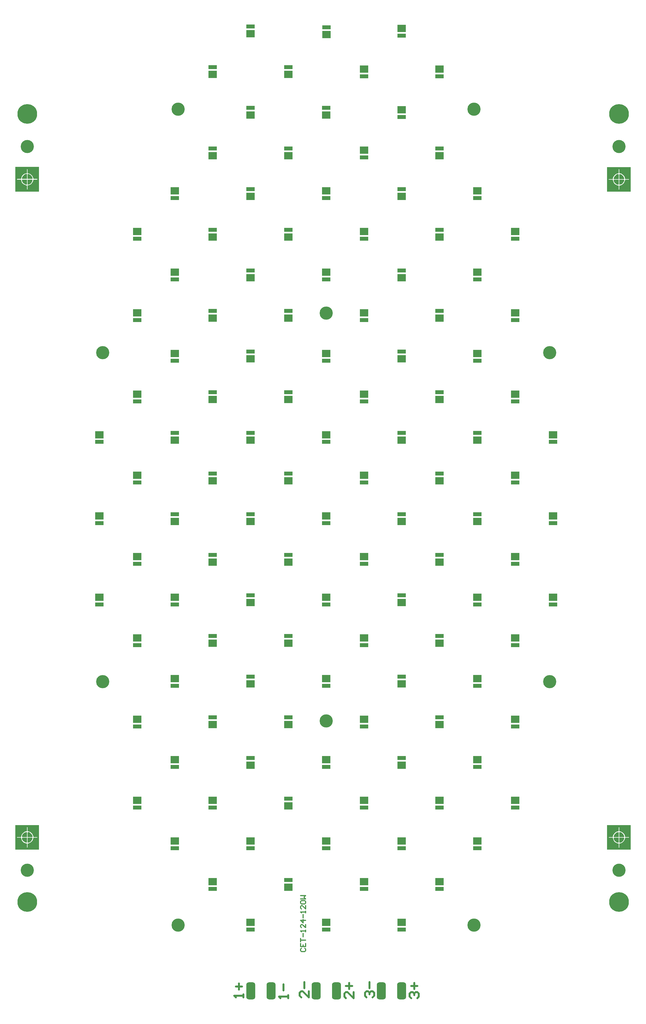
<source format=gts>
G04 Layer_Color=8388736*
%FSTAX44Y44*%
%MOMM*%
G71*
G01*
G75*
%ADD10C,4.0000*%
%ADD11C,0.3000*%
%ADD12C,0.6000*%
%ADD13C,6.0000*%
%ADD14R,2.5000X1.3000*%
%ADD15R,2.5000X2.3000*%
G04:AMPARAMS|DCode=16|XSize=5.2032mm|YSize=2.7032mm|CornerRadius=0.7266mm|HoleSize=0mm|Usage=FLASHONLY|Rotation=90.000|XOffset=0mm|YOffset=0mm|HoleType=Round|Shape=RoundedRectangle|*
%AMROUNDEDRECTD16*
21,1,5.2032,1.2500,0,0,90.0*
21,1,3.7500,2.7032,0,0,90.0*
1,1,1.4532,0.6250,1.8750*
1,1,1.4532,0.6250,-1.8750*
1,1,1.4532,-0.6250,-1.8750*
1,1,1.4532,-0.6250,1.8750*
%
%ADD16ROUNDEDRECTD16*%
%ADD17C,4.0032*%
G36*
X01835996Y01962254D02*
X01763996D01*
Y02037254D01*
X01835996D01*
Y01962254D01*
D02*
G37*
G36*
X00036004Y01962504D02*
X-00035996D01*
Y02037504D01*
X00036004D01*
Y01962504D01*
D02*
G37*
G36*
X01835996Y-00037746D02*
X01763996D01*
Y00037254D01*
X01835996D01*
Y-00037746D01*
D02*
G37*
G36*
X00036004Y-00037496D02*
X-00035996D01*
Y00037504D01*
X00036004D01*
Y-00037496D01*
D02*
G37*
%LPC*%
G36*
X01800412Y02030758D02*
X0179958D01*
X01798992Y0203017D01*
X01798992Y02029731D01*
Y02018812D01*
X01798475Y0201831D01*
X01794422Y02017518D01*
X01790642Y02015852D01*
X01787323Y02013394D01*
X01784628Y02010264D01*
X01782689Y02006617D01*
X01781601Y02002632D01*
X01781519Y02000758D01*
X01769581D01*
X01768992Y0200017D01*
Y01999338D01*
X01769581Y0199875D01*
X01781186D01*
X01781419Y01998506D01*
X01782152Y01994441D01*
X01783762Y01990637D01*
X01786172Y01987282D01*
X01789261Y01984541D01*
X0179288Y01982549D01*
X01796848Y01981403D01*
X01798917Y01981281D01*
X01798932Y01981281D01*
X01798947Y0198128D01*
X01798961Y0198128D01*
X01798992D01*
Y01969554D01*
X01799145Y01969185D01*
X01799428Y01968903D01*
X01799797Y0196875D01*
X01800196D01*
X01800565Y01968903D01*
X01800847Y01969185D01*
X01801Y01969554D01*
Y0198125D01*
X01802061D01*
X0180609Y01982161D01*
X01809819Y01983937D01*
X01813065Y01986492D01*
X01815667Y019897D01*
X01817498Y01993402D01*
X01818468Y01997417D01*
X01818487Y0199875D01*
X01830412D01*
X01831Y01999338D01*
Y0200017D01*
X01830412Y02000758D01*
X01829974Y02000758D01*
X01819306D01*
X01818528Y02001547D01*
X01817677Y02005589D01*
X01815956Y02009343D01*
X01813448Y02012626D01*
X0181028Y02015275D01*
X01806604Y0201716D01*
X01802604Y02018189D01*
X01801Y02018236D01*
Y02029731D01*
X01801Y0203017D01*
X01800412Y02030758D01*
D02*
G37*
%LPD*%
G36*
X01815902Y01998315D02*
X01816313Y0199748D01*
X01815503Y01994126D01*
X0181388Y01990846D01*
X01811575Y01988004D01*
X01808699Y0198574D01*
X01805396Y01984166D01*
X0180227Y0198346D01*
X01801Y01984212D01*
Y0199875D01*
X01815473D01*
X01815902Y01998315D01*
D02*
G37*
G36*
X01798992Y01984244D02*
X01798045Y01983399D01*
X01797207Y01983495D01*
X01793691Y0198451D01*
X01790485Y01986275D01*
X01787748Y01988704D01*
X01785613Y01991676D01*
X01784186Y01995046D01*
X01783748Y0199748D01*
X01784809Y0199875D01*
X01798992D01*
Y01984244D01*
D02*
G37*
G36*
Y02015015D02*
Y02000758D01*
X01784549D01*
X01783671Y02001675D01*
X01783698Y02002304D01*
X01784662Y02005835D01*
X0178638Y02009066D01*
X01788768Y02011839D01*
X01791709Y02014017D01*
X01795057Y02015493D01*
X01797722Y02016014D01*
X01798992Y02015015D01*
D02*
G37*
G36*
X01802307Y02016087D02*
X01805851Y02015176D01*
X01809107Y02013506D01*
X01811915Y02011158D01*
X01814136Y0200825D01*
X01815661Y02004924D01*
X01816271Y02002028D01*
X01815394Y02000758D01*
X01801D01*
Y02015214D01*
X01801911Y02016099D01*
X01802307Y02016087D01*
D02*
G37*
%LPC*%
G36*
X0000042Y02031008D02*
X-00000412D01*
X-00001Y0203042D01*
X-00001Y02029981D01*
Y02018486D01*
X-00002604Y02018439D01*
X-00006604Y0201741D01*
X-00010279Y02015525D01*
X-00013448Y02012876D01*
X-00015955Y02009593D01*
X-00017677Y02005839D01*
X-00018528Y02001797D01*
X-00019306Y02001008D01*
X-00030412D01*
X-00031Y0200042D01*
Y01999588D01*
X-00030412Y01999D01*
X-00018487D01*
X-00018468Y01997667D01*
X-00017498Y01993652D01*
X-00015667Y0198995D01*
X-00013065Y01986742D01*
X-00009819Y01984187D01*
X-0000609Y01982411D01*
X-00002061Y019815D01*
X-00001D01*
Y01969804D01*
X-00000847Y01969435D01*
X-00000565Y01969153D01*
X-00000196Y01969D01*
X00000204D01*
X00000573Y01969153D01*
X00000855Y01969435D01*
X00001008Y01969804D01*
Y0198153D01*
X00001039D01*
X00001054Y0198153D01*
X00001068Y01981531D01*
X00001083Y01981532D01*
X00003152Y01981653D01*
X00007121Y01982799D01*
X00010739Y01984791D01*
X00013829Y01987532D01*
X00016238Y01990887D01*
X00017848Y01994691D01*
X00018581Y01998756D01*
X00018815Y01999D01*
X0003042D01*
X00031008Y01999588D01*
Y0200042D01*
X0003042Y02001008D01*
X00029981Y02001008D01*
X00018481D01*
X00018399Y02002882D01*
X00017312Y02006867D01*
X00015373Y02010514D01*
X00012677Y02013644D01*
X00009358Y02016102D01*
X00005579Y02017768D01*
X00001525Y0201856D01*
X00001008Y02019062D01*
Y02029981D01*
X00001008Y0203042D01*
X0000042Y02031008D01*
D02*
G37*
%LPD*%
G36*
X-00001Y02015464D02*
Y02001008D01*
X-00015394D01*
X-00016271Y02002278D01*
X-00015661Y02005174D01*
X-00014136Y020085D01*
X-00011915Y02011409D01*
X-00009107Y02013756D01*
X-00005851Y02015426D01*
X-00002307Y02016337D01*
X-00001911Y02016349D01*
X-00001Y02015464D01*
D02*
G37*
G36*
X00004943Y02015743D02*
X00008292Y02014267D01*
X00011232Y02012089D01*
X00013621Y02009316D01*
X00015338Y02006084D01*
X00016302Y02002554D01*
X00016329Y02001925D01*
X00015452Y02001008D01*
X00001008D01*
Y02015265D01*
X00002278Y02016264D01*
X00004943Y02015743D01*
D02*
G37*
G36*
X-00001Y01984462D02*
X-0000227Y0198371D01*
X-00005395Y01984416D01*
X-00008699Y0198599D01*
X-00011575Y01988254D01*
X-0001388Y01991096D01*
X-00015503Y01994376D01*
X-00016313Y0199773D01*
X-00015901Y01998565D01*
X-00015473Y01999D01*
X-00001D01*
Y01984462D01*
D02*
G37*
G36*
X00016253Y0199773D02*
X00015814Y01995296D01*
X00014387Y01991927D01*
X00012253Y01988954D01*
X00009515Y01986526D01*
X00006309Y0198476D01*
X00002793Y01983745D01*
X00001956Y01983649D01*
X00001008Y01984494D01*
Y01999D01*
X00015191D01*
X00016253Y0199773D01*
D02*
G37*
%LPC*%
G36*
X01800412Y00030758D02*
X0179958D01*
X01798992Y0003017D01*
X01798992Y00029731D01*
Y00018812D01*
X01798475Y0001831D01*
X01794422Y00017518D01*
X01790642Y00015852D01*
X01787323Y00013394D01*
X01784628Y00010264D01*
X01782689Y00006617D01*
X01781601Y00002632D01*
X01781519Y00000758D01*
X01769581D01*
X01768992Y0000017D01*
Y-00000662D01*
X01769581Y-0000125D01*
X01781186D01*
X01781419Y-00001494D01*
X01782152Y-00005559D01*
X01783762Y-00009363D01*
X01786172Y-00012718D01*
X01789261Y-00015459D01*
X0179288Y-00017451D01*
X01796848Y-00018597D01*
X01798917Y-00018719D01*
X01798932Y-00018719D01*
X01798947Y-0001872D01*
X01798961Y-0001872D01*
X01798992D01*
Y-00030446D01*
X01799145Y-00030815D01*
X01799428Y-00031097D01*
X01799797Y-0003125D01*
X01800196D01*
X01800565Y-00031097D01*
X01800847Y-00030815D01*
X01801Y-00030446D01*
Y-0001875D01*
X01802061D01*
X0180609Y-00017839D01*
X01809819Y-00016063D01*
X01813065Y-00013508D01*
X01815667Y-000103D01*
X01817498Y-00006598D01*
X01818468Y-00002583D01*
X01818487Y-0000125D01*
X01830412D01*
X01831Y-00000662D01*
Y0000017D01*
X01830412Y00000758D01*
X01829974Y00000758D01*
X01819306D01*
X01818528Y00001547D01*
X01817677Y00005589D01*
X01815956Y00009343D01*
X01813448Y00012626D01*
X0181028Y00015275D01*
X01806604Y0001716D01*
X01802604Y00018189D01*
X01801Y00018236D01*
Y00029731D01*
X01801Y0003017D01*
X01800412Y00030758D01*
D02*
G37*
%LPD*%
G36*
X01798992Y00015015D02*
Y00000758D01*
X01784549D01*
X01783671Y00001675D01*
X01783698Y00002304D01*
X01784662Y00005835D01*
X0178638Y00009066D01*
X01788768Y00011839D01*
X01791709Y00014017D01*
X01795057Y00015493D01*
X01797722Y00016014D01*
X01798992Y00015015D01*
D02*
G37*
G36*
X01815902Y-00001685D02*
X01816313Y-0000252D01*
X01815503Y-00005874D01*
X0181388Y-00009154D01*
X01811575Y-00011996D01*
X01808699Y-0001426D01*
X01805396Y-00015834D01*
X0180227Y-0001654D01*
X01801Y-00015788D01*
Y-0000125D01*
X01815473D01*
X01815902Y-00001685D01*
D02*
G37*
G36*
X01798992Y-00015756D02*
X01798045Y-00016601D01*
X01797207Y-00016505D01*
X01793691Y-0001549D01*
X01790485Y-00013724D01*
X01787748Y-00011296D01*
X01785613Y-00008324D01*
X01784186Y-00004954D01*
X01783748Y-0000252D01*
X01784809Y-0000125D01*
X01798992D01*
Y-00015756D01*
D02*
G37*
G36*
X01802307Y00016087D02*
X01805851Y00015176D01*
X01809107Y00013506D01*
X01811915Y00011159D01*
X01814136Y0000825D01*
X01815661Y00004924D01*
X01816271Y00002028D01*
X01815394Y00000758D01*
X01801D01*
Y00015214D01*
X01801911Y00016099D01*
X01802307Y00016087D01*
D02*
G37*
%LPC*%
G36*
X0000042Y00031008D02*
X-00000412D01*
X-00001Y0003042D01*
X-00001Y00029981D01*
Y00018486D01*
X-00002604Y00018439D01*
X-00006604Y0001741D01*
X-00010279Y00015525D01*
X-00013448Y00012876D01*
X-00015955Y00009593D01*
X-00017677Y00005839D01*
X-00018528Y00001797D01*
X-00019306Y00001008D01*
X-00030412D01*
X-00031Y0000042D01*
Y-00000412D01*
X-00030412Y-00001D01*
X-00018487D01*
X-00018468Y-00002333D01*
X-00017498Y-00006348D01*
X-00015667Y-0001005D01*
X-00013065Y-00013258D01*
X-00009819Y-00015813D01*
X-0000609Y-00017589D01*
X-00002061Y-000185D01*
X-00001D01*
Y-00030196D01*
X-00000847Y-00030565D01*
X-00000565Y-00030847D01*
X-00000196Y-00031D01*
X00000204D01*
X00000573Y-00030847D01*
X00000855Y-00030565D01*
X00001008Y-00030196D01*
Y-0001847D01*
X00001039D01*
X00001054Y-0001847D01*
X00001068Y-00018469D01*
X00001083Y-00018469D01*
X00003152Y-00018347D01*
X00007121Y-00017201D01*
X00010739Y-00015209D01*
X00013829Y-00012468D01*
X00016238Y-00009113D01*
X00017848Y-00005309D01*
X00018581Y-00001244D01*
X00018815Y-00001D01*
X0003042D01*
X00031008Y-00000412D01*
Y0000042D01*
X0003042Y00001008D01*
X00029981Y00001008D01*
X00018481D01*
X00018399Y00002882D01*
X00017312Y00006867D01*
X00015373Y00010514D01*
X00012677Y00013644D01*
X00009358Y00016102D01*
X00005579Y00017768D01*
X00001525Y0001856D01*
X00001008Y00019062D01*
Y00029981D01*
X00001008Y0003042D01*
X0000042Y00031008D01*
D02*
G37*
%LPD*%
G36*
X00016253Y-0000227D02*
X00015814Y-00004704D01*
X00014387Y-00008073D01*
X00012253Y-00011046D01*
X00009515Y-00013475D01*
X00006309Y-0001524D01*
X00002793Y-00016255D01*
X00001956Y-00016351D01*
X00001008Y-00015506D01*
Y-00001D01*
X00015191D01*
X00016253Y-0000227D01*
D02*
G37*
G36*
X-00001Y-00015538D02*
X-0000227Y-0001629D01*
X-00005395Y-00015584D01*
X-00008699Y-0001401D01*
X-00011575Y-00011746D01*
X-0001388Y-00008904D01*
X-00015503Y-00005624D01*
X-00016313Y-0000227D01*
X-00015901Y-00001435D01*
X-00015473Y-00001D01*
X-00001D01*
Y-00015538D01*
D02*
G37*
G36*
Y00015464D02*
Y00001008D01*
X-00015394D01*
X-00016271Y00002278D01*
X-00015661Y00005174D01*
X-00014136Y000085D01*
X-00011915Y00011408D01*
X-00009107Y00013756D01*
X-00005851Y00015426D01*
X-00002307Y00016337D01*
X-00001911Y00016349D01*
X-00001Y00015464D01*
D02*
G37*
G36*
X00004943Y00015743D02*
X00008292Y00014267D01*
X00011232Y00012089D01*
X00013621Y00009316D01*
X00015338Y00006084D01*
X00016302Y00002554D01*
X00016329Y00001925D01*
X00015452Y00001008D01*
X00001008D01*
Y00015265D01*
X00002278Y00016264D01*
X00004943Y00015743D01*
D02*
G37*
D10*
X018Y-0010025D02*
D03*
X018Y0209975D02*
D03*
X0Y021D02*
D03*
X0Y-001D02*
D03*
D11*
X00834004Y-00337253D02*
X00831505Y-00339752D01*
Y-00344751D01*
X00834004Y-0034725D01*
X00844001D01*
X008465Y-00344751D01*
Y-00339752D01*
X00844001Y-00337253D01*
X00831505Y-00322258D02*
Y-00332255D01*
X008465D01*
Y-00322258D01*
X00839002Y-00332255D02*
Y-00327256D01*
X00831505Y-0031726D02*
Y-00307263D01*
Y-00312261D01*
X008465D01*
X00839002Y-00302264D02*
Y-00292268D01*
X008465Y-00287269D02*
Y-00282271D01*
Y-0028477D01*
X00831505D01*
X00834004Y-00287269D01*
X008465Y-00264777D02*
Y-00274773D01*
X00836503Y-00264777D01*
X00834004D01*
X00831505Y-00267276D01*
Y-00272274D01*
X00834004Y-00274773D01*
X008465Y-00252281D02*
X00831505D01*
X00839002Y-00259778D01*
Y-00249781D01*
Y-00244783D02*
Y-00234786D01*
X008465Y-00229788D02*
Y-0022479D01*
Y-00227289D01*
X00831505D01*
X00834004Y-00229788D01*
X008465Y-00207295D02*
Y-00217292D01*
X00836503Y-00207295D01*
X00834004D01*
X00831505Y-00209794D01*
Y-00214793D01*
X00834004Y-00217292D01*
Y-00202297D02*
X00831505Y-00199798D01*
Y-00194799D01*
X00834004Y-001923D01*
X00844001D01*
X008465Y-00194799D01*
Y-00199798D01*
X00844001Y-00202297D01*
X00834004D01*
X00831505Y-00187302D02*
X008465D01*
X00841501Y-00182303D01*
X008465Y-00177305D01*
X00831505D01*
D12*
X007935Y-004885D02*
Y-0047917D01*
Y-00483835D01*
X00765509D01*
X00770174Y-004885D01*
X00779504Y-00465174D02*
Y-00446513D01*
X006575Y-00486D02*
Y-0047667D01*
Y-00481335D01*
X00629509D01*
X00634174Y-00486D01*
X00643504Y-00462674D02*
Y-00444013D01*
X00634174Y-00453344D02*
X00652835D01*
X008565Y-00467339D02*
Y-00486D01*
X00837839Y-00467339D01*
X00833174D01*
X00828509Y-00472004D01*
Y-00481335D01*
X00833174Y-00486D01*
X00842504Y-00458009D02*
Y-00439348D01*
X009925Y-00469839D02*
Y-004885D01*
X00973839Y-00469839D01*
X00969174D01*
X00964509Y-00474504D01*
Y-00483835D01*
X00969174Y-004885D01*
X00978504Y-00460509D02*
Y-00441848D01*
X00969174Y-00451179D02*
X00987834D01*
X01031424Y-00486D02*
X01026759Y-00481335D01*
Y-00472004D01*
X01031424Y-00467339D01*
X01036089D01*
X01040754Y-00472004D01*
Y-0047667D01*
Y-00472004D01*
X01045419Y-00467339D01*
X01050085D01*
X0105475Y-00472004D01*
Y-00481335D01*
X01050085Y-00486D01*
X01040754Y-00458009D02*
Y-00439348D01*
X01167424Y-004885D02*
X01162759Y-00483835D01*
Y-00474504D01*
X01167424Y-00469839D01*
X01172089D01*
X01176754Y-00474504D01*
Y-0047917D01*
Y-00474504D01*
X01181419Y-00469839D01*
X01186085D01*
X0119075Y-00474504D01*
Y-00483835D01*
X01186085Y-004885D01*
X01176754Y-00460509D02*
Y-00441848D01*
X01167424Y-00451179D02*
X01186085D01*
D13*
X018Y-0019675D02*
D03*
X01799897Y021985D02*
D03*
X00000104Y0219875D02*
D03*
X-0Y-001965D02*
D03*
D14*
X0148425Y0009025D02*
D03*
X0136925Y0021375D02*
D03*
Y-0003325D02*
D03*
X0125425Y0009025D02*
D03*
Y-0015675D02*
D03*
X0113925Y-0003325D02*
D03*
Y-0028025D02*
D03*
X0090925Y0046075D02*
D03*
X0102425Y0033725D02*
D03*
X0090925Y0021375D02*
D03*
X0102425Y0009025D02*
D03*
X0090925Y-0003325D02*
D03*
X0102425Y-0015675D02*
D03*
X0090925Y-0028025D02*
D03*
X0033425Y0009025D02*
D03*
X0044925Y0021375D02*
D03*
Y-0003325D02*
D03*
X0056425Y0009025D02*
D03*
Y-0015675D02*
D03*
X0067925Y-0003325D02*
D03*
Y-0028025D02*
D03*
X0113925Y0024125D02*
D03*
Y0048825D02*
D03*
X0125425Y0036475D02*
D03*
Y0061175D02*
D03*
X0113925Y0073525D02*
D03*
Y0098225D02*
D03*
X0125425Y0085875D02*
D03*
Y0110575D02*
D03*
X0113925Y0122925D02*
D03*
X0136925Y0098225D02*
D03*
X0125425Y0135275D02*
D03*
X0136925Y0122925D02*
D03*
X0113925Y0172325D02*
D03*
Y0147625D02*
D03*
X0125425Y0184675D02*
D03*
Y0159975D02*
D03*
Y0209375D02*
D03*
X0113925Y0197025D02*
D03*
X0148425Y0181925D02*
D03*
X0136925Y0194275D02*
D03*
X0148425Y0157225D02*
D03*
X0136925Y0169575D02*
D03*
X0148425Y0132525D02*
D03*
X0136925Y0144875D02*
D03*
X0148425Y0107825D02*
D03*
X0159925Y0120175D02*
D03*
Y0070775D02*
D03*
Y0095475D02*
D03*
X0148425Y0058425D02*
D03*
Y0083125D02*
D03*
X0136925Y0046075D02*
D03*
Y0070775D02*
D03*
X0148425Y0033725D02*
D03*
X0079425Y0011775D02*
D03*
Y-0012925D02*
D03*
Y0061175D02*
D03*
Y0036475D02*
D03*
Y0110575D02*
D03*
Y0085875D02*
D03*
Y0159975D02*
D03*
Y0135275D02*
D03*
Y0209375D02*
D03*
Y0184675D02*
D03*
X0090925Y0221725D02*
D03*
X0067925D02*
D03*
X0056425Y0234075D02*
D03*
X0079425D02*
D03*
X0067925Y0246425D02*
D03*
X0091Y0246175D02*
D03*
X0102425Y0231325D02*
D03*
X0113925Y0243675D02*
D03*
Y0218975D02*
D03*
X0125425Y0231325D02*
D03*
X0090925Y0194275D02*
D03*
X0102425Y0206625D02*
D03*
X0090925Y0169575D02*
D03*
X0102425Y0181925D02*
D03*
X0090925Y0144875D02*
D03*
X0102425Y0157225D02*
D03*
X0090925Y0120175D02*
D03*
X0102425Y0132525D02*
D03*
X0090925Y0095475D02*
D03*
X0102425Y0107825D02*
D03*
X0090925Y0070775D02*
D03*
X0102425Y0083125D02*
D03*
Y0058425D02*
D03*
X0067925Y0024125D02*
D03*
Y0048825D02*
D03*
X0056425Y0036475D02*
D03*
Y0061175D02*
D03*
X0067925Y0073525D02*
D03*
Y0098225D02*
D03*
X0056425Y0085875D02*
D03*
Y0110575D02*
D03*
X0067925Y0122925D02*
D03*
X0044925Y0098225D02*
D03*
X0056425Y0135275D02*
D03*
X0044925Y0122925D02*
D03*
X0067925Y0172325D02*
D03*
Y0147625D02*
D03*
X0056425Y0184675D02*
D03*
Y0159975D02*
D03*
Y0209375D02*
D03*
X0067925Y0197025D02*
D03*
X0033425Y0181925D02*
D03*
X0044925Y0194275D02*
D03*
X0033425Y0157225D02*
D03*
X0044925Y0169575D02*
D03*
X0033425Y0132525D02*
D03*
X0044925Y0144875D02*
D03*
X0033425Y0107825D02*
D03*
X0021925Y0120175D02*
D03*
Y0070775D02*
D03*
Y0095475D02*
D03*
X0033425Y0058425D02*
D03*
Y0083125D02*
D03*
X0044925Y0046075D02*
D03*
Y0070775D02*
D03*
X0033425Y0033725D02*
D03*
D15*
X0148425Y0011225D02*
D03*
X0136925Y0023575D02*
D03*
Y-0001125D02*
D03*
X0125425Y0011225D02*
D03*
Y-0013475D02*
D03*
X0113925Y-0001125D02*
D03*
Y-0025825D02*
D03*
X0090925Y0048275D02*
D03*
X0102425Y0035925D02*
D03*
X0090925Y0023575D02*
D03*
X0102425Y0011225D02*
D03*
X0090925Y-0001125D02*
D03*
X0102425Y-0013475D02*
D03*
X0090925Y-0025825D02*
D03*
X0033425Y0011225D02*
D03*
X0044925Y0023575D02*
D03*
Y-0001125D02*
D03*
X0056425Y0011225D02*
D03*
Y-0013475D02*
D03*
X0067925Y-0001125D02*
D03*
Y-0025825D02*
D03*
X0113925Y0021925D02*
D03*
Y0046625D02*
D03*
X0125425Y0034275D02*
D03*
Y0058975D02*
D03*
X0113925Y0071325D02*
D03*
Y0096025D02*
D03*
X0125425Y0083675D02*
D03*
Y0108375D02*
D03*
X0113925Y0120725D02*
D03*
X0136925Y0096025D02*
D03*
X0125425Y0133075D02*
D03*
X0136925Y0120725D02*
D03*
X0113925Y0170125D02*
D03*
Y0145425D02*
D03*
X0125425Y0182475D02*
D03*
Y0157775D02*
D03*
Y0207175D02*
D03*
X0113925Y0194825D02*
D03*
X0148425Y0184125D02*
D03*
X0136925Y0196475D02*
D03*
X0148425Y0159425D02*
D03*
X0136925Y0171775D02*
D03*
X0148425Y0134725D02*
D03*
X0136925Y0147075D02*
D03*
X0148425Y0110025D02*
D03*
X0159925Y0122375D02*
D03*
Y0072975D02*
D03*
Y0097675D02*
D03*
X0148425Y0060625D02*
D03*
Y0085325D02*
D03*
X0136925Y0048275D02*
D03*
Y0072975D02*
D03*
X0148425Y0035925D02*
D03*
X0079425Y0009575D02*
D03*
Y-0015125D02*
D03*
Y0058975D02*
D03*
Y0034275D02*
D03*
Y0108375D02*
D03*
Y0083675D02*
D03*
Y0157775D02*
D03*
Y0133075D02*
D03*
Y0207175D02*
D03*
Y0182475D02*
D03*
X0090925Y0219525D02*
D03*
X0067925D02*
D03*
X0056425Y0231875D02*
D03*
X0079425D02*
D03*
X0067925Y0244225D02*
D03*
X0091Y0243975D02*
D03*
X0102425Y0233525D02*
D03*
X0113925Y0245875D02*
D03*
Y0221175D02*
D03*
X0125425Y0233525D02*
D03*
X0090925Y0196475D02*
D03*
X0102425Y0208825D02*
D03*
X0090925Y0171775D02*
D03*
X0102425Y0184125D02*
D03*
X0090925Y0147075D02*
D03*
X0102425Y0159425D02*
D03*
X0090925Y0122375D02*
D03*
X0102425Y0134725D02*
D03*
X0090925Y0097675D02*
D03*
X0102425Y0110025D02*
D03*
X0090925Y0072975D02*
D03*
X0102425Y0085325D02*
D03*
Y0060625D02*
D03*
X0067925Y0021925D02*
D03*
Y0046625D02*
D03*
X0056425Y0034275D02*
D03*
Y0058975D02*
D03*
X0067925Y0071325D02*
D03*
Y0096025D02*
D03*
X0056425Y0083675D02*
D03*
Y0108375D02*
D03*
X0067925Y0120725D02*
D03*
X0044925Y0096025D02*
D03*
X0056425Y0133075D02*
D03*
X0044925Y0120725D02*
D03*
X0067925Y0170125D02*
D03*
Y0145425D02*
D03*
X0056425Y0182475D02*
D03*
Y0157775D02*
D03*
Y0207175D02*
D03*
X0067925Y0194825D02*
D03*
X0033425Y0184125D02*
D03*
X0044925Y0196475D02*
D03*
X0033425Y0159425D02*
D03*
X0044925Y0171775D02*
D03*
X0033425Y0134725D02*
D03*
X0044925Y0147075D02*
D03*
X0033425Y0110025D02*
D03*
X0021925Y0122375D02*
D03*
Y0072975D02*
D03*
Y0097675D02*
D03*
X0033425Y0060625D02*
D03*
Y0085325D02*
D03*
X0044925Y0048275D02*
D03*
Y0072975D02*
D03*
X0033425Y0035925D02*
D03*
D16*
X0113875Y-004665D02*
D03*
X01077D02*
D03*
X007415D02*
D03*
X0067975D02*
D03*
X0087875D02*
D03*
X009405D02*
D03*
D17*
X0090925Y003535D02*
D03*
Y015935D02*
D03*
X0022925Y014735D02*
D03*
X0158925D02*
D03*
Y004735D02*
D03*
X0022925D02*
D03*
X0045925Y022135D02*
D03*
X0135925D02*
D03*
X0045925Y-002665D02*
D03*
X0135925D02*
D03*
M02*

</source>
